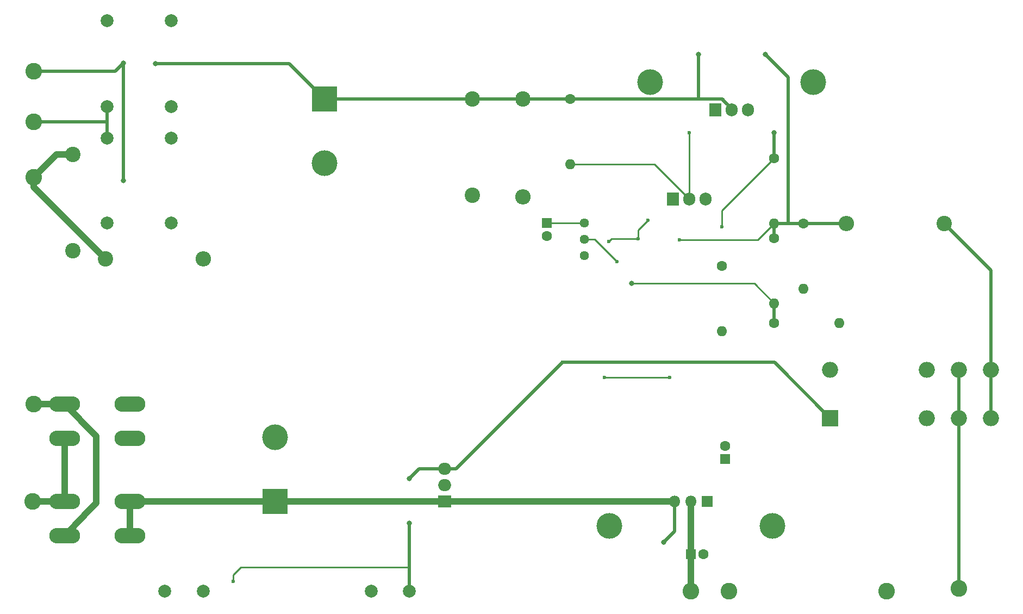
<source format=gbr>
G04 #@! TF.GenerationSoftware,KiCad,Pcbnew,(5.1.10-1-10_14)*
G04 #@! TF.CreationDate,2021-07-07T13:24:20+02:00*
G04 #@! TF.ProjectId,hv-power-supply-v1,68762d70-6f77-4657-922d-737570706c79,rev?*
G04 #@! TF.SameCoordinates,Original*
G04 #@! TF.FileFunction,Copper,L2,Bot*
G04 #@! TF.FilePolarity,Positive*
%FSLAX46Y46*%
G04 Gerber Fmt 4.6, Leading zero omitted, Abs format (unit mm)*
G04 Created by KiCad (PCBNEW (5.1.10-1-10_14)) date 2021-07-07 13:24:20*
%MOMM*%
%LPD*%
G01*
G04 APERTURE LIST*
G04 #@! TA.AperFunction,ComponentPad*
%ADD10C,4.000000*%
G04 #@! TD*
G04 #@! TA.AperFunction,ComponentPad*
%ADD11R,4.000000X4.000000*%
G04 #@! TD*
G04 #@! TA.AperFunction,ComponentPad*
%ADD12R,2.000000X1.905000*%
G04 #@! TD*
G04 #@! TA.AperFunction,ComponentPad*
%ADD13O,2.000000X1.905000*%
G04 #@! TD*
G04 #@! TA.AperFunction,ComponentPad*
%ADD14O,2.400000X2.400000*%
G04 #@! TD*
G04 #@! TA.AperFunction,ComponentPad*
%ADD15C,2.400000*%
G04 #@! TD*
G04 #@! TA.AperFunction,ComponentPad*
%ADD16O,4.800600X2.400300*%
G04 #@! TD*
G04 #@! TA.AperFunction,ComponentPad*
%ADD17C,1.600000*%
G04 #@! TD*
G04 #@! TA.AperFunction,ComponentPad*
%ADD18R,1.600000X1.600000*%
G04 #@! TD*
G04 #@! TA.AperFunction,ComponentPad*
%ADD19C,2.000000*%
G04 #@! TD*
G04 #@! TA.AperFunction,ComponentPad*
%ADD20O,1.600000X1.600000*%
G04 #@! TD*
G04 #@! TA.AperFunction,ComponentPad*
%ADD21O,1.905000X2.000000*%
G04 #@! TD*
G04 #@! TA.AperFunction,ComponentPad*
%ADD22R,1.905000X2.000000*%
G04 #@! TD*
G04 #@! TA.AperFunction,ComponentPad*
%ADD23C,2.600000*%
G04 #@! TD*
G04 #@! TA.AperFunction,ComponentPad*
%ADD24C,1.440000*%
G04 #@! TD*
G04 #@! TA.AperFunction,ComponentPad*
%ADD25O,2.500000X2.500000*%
G04 #@! TD*
G04 #@! TA.AperFunction,ComponentPad*
%ADD26R,2.500000X2.500000*%
G04 #@! TD*
G04 #@! TA.AperFunction,ComponentPad*
%ADD27R,1.800000X1.800000*%
G04 #@! TD*
G04 #@! TA.AperFunction,ComponentPad*
%ADD28O,1.800000X1.800000*%
G04 #@! TD*
G04 #@! TA.AperFunction,ViaPad*
%ADD29C,0.800000*%
G04 #@! TD*
G04 #@! TA.AperFunction,ViaPad*
%ADD30C,0.600000*%
G04 #@! TD*
G04 #@! TA.AperFunction,Conductor*
%ADD31C,1.000000*%
G04 #@! TD*
G04 #@! TA.AperFunction,Conductor*
%ADD32C,0.500000*%
G04 #@! TD*
G04 #@! TA.AperFunction,Conductor*
%ADD33C,0.250000*%
G04 #@! TD*
G04 APERTURE END LIST*
D10*
X96990000Y-115753000D03*
D11*
X96990000Y-125753000D03*
D12*
X123406000Y-125753000D03*
D13*
X123406000Y-123213000D03*
X123406000Y-120673000D03*
D10*
X155410000Y-60475000D03*
X180810000Y-60475000D03*
X149060000Y-129563000D03*
X174460000Y-129563000D03*
D14*
X185991500Y-82550000D03*
D15*
X201231500Y-82550000D03*
D16*
X64224000Y-110640000D03*
X74384000Y-110640000D03*
X74384000Y-131087000D03*
X64224000Y-131087000D03*
X74384000Y-125753000D03*
X64224000Y-125753000D03*
X64224000Y-115974000D03*
X74384000Y-115974000D03*
D17*
X167094000Y-117149000D03*
D18*
X167094000Y-119149000D03*
D14*
X85814000Y-88034000D03*
D15*
X70574000Y-88034000D03*
D19*
X70828000Y-69238000D03*
X80828000Y-69238000D03*
X70828000Y-82446000D03*
X80828000Y-82446000D03*
X70828000Y-64285000D03*
X80828000Y-64285000D03*
X70828000Y-50950000D03*
X80828000Y-50950000D03*
D20*
X166649500Y-99273500D03*
D17*
X166649500Y-89113500D03*
D20*
X143002000Y-73279000D03*
D17*
X143002000Y-63119000D03*
D20*
X174777500Y-82509500D03*
D17*
X174777500Y-72349500D03*
D21*
X170650000Y-64793000D03*
X168110000Y-64793000D03*
D22*
X165570000Y-64793000D03*
D21*
X164109500Y-78699500D03*
X161569500Y-78699500D03*
D22*
X159029500Y-78699500D03*
D23*
X167729000Y-139723000D03*
X161760000Y-139723000D03*
X59398000Y-110640000D03*
X59271000Y-125753000D03*
X59398000Y-75334000D03*
X59398000Y-66698000D03*
X59398000Y-58824000D03*
D17*
X163760000Y-134008000D03*
D18*
X161760000Y-134008000D03*
D24*
X145186500Y-87526000D03*
X145186500Y-84986000D03*
X145186500Y-82446000D03*
D25*
X183496000Y-105299000D03*
X198496000Y-105299000D03*
X203496000Y-105299000D03*
X208496000Y-105299000D03*
X208496000Y-112799000D03*
X203496000Y-112799000D03*
X198496000Y-112799000D03*
D26*
X183496000Y-112799000D03*
D20*
X179349500Y-92669500D03*
D17*
X179349500Y-82509500D03*
D14*
X135636000Y-78359000D03*
D15*
X135636000Y-63119000D03*
D20*
X184937500Y-98003500D03*
D17*
X174777500Y-98003500D03*
D20*
X174777500Y-94955500D03*
D17*
X174777500Y-84795500D03*
D19*
X111976000Y-139723000D03*
X117945000Y-139723000D03*
X79845000Y-139723000D03*
X85814000Y-139723000D03*
D23*
X192240000Y-139723000D03*
X203543000Y-139342000D03*
D17*
X139382500Y-84423000D03*
D18*
X139382500Y-82423000D03*
D15*
X127762000Y-63119000D03*
X127762000Y-78119000D03*
D10*
X104711500Y-73119000D03*
D11*
X104711500Y-63119000D03*
D15*
X65494000Y-86778000D03*
X65494000Y-71778000D03*
D27*
X164300000Y-125753000D03*
D28*
X161760000Y-125753000D03*
X159220000Y-125753000D03*
D29*
X157569000Y-132103000D03*
D30*
X141800500Y-104120000D03*
D29*
X117945000Y-122197000D03*
X117945000Y-129182000D03*
D30*
X90513000Y-138199000D03*
X166649500Y-83017500D03*
D29*
X174777500Y-68349000D03*
X73368000Y-57554000D03*
X73368000Y-75842000D03*
X78368000Y-57634000D03*
X162966500Y-56157000D03*
D30*
X150304500Y-88455500D03*
X160045500Y-85049500D03*
D29*
X173380500Y-56157000D03*
D30*
X155092500Y-82001500D03*
X153568500Y-84859000D03*
X148971000Y-85344000D03*
X148361500Y-106449000D03*
X158458000Y-106449000D03*
X161569500Y-68349000D03*
D29*
X152552500Y-91844000D03*
D31*
X59398000Y-76858000D02*
X59398000Y-75334000D01*
X70574000Y-88034000D02*
X59398000Y-76858000D01*
X62954000Y-71778000D02*
X59398000Y-75334000D01*
X65494000Y-71778000D02*
X62954000Y-71778000D01*
D32*
X59398000Y-66698000D02*
X70828000Y-66698000D01*
X70828000Y-66698000D02*
X70828000Y-64285000D01*
X70828000Y-69238000D02*
X70828000Y-66698000D01*
D31*
X74384000Y-128166000D02*
X74384000Y-125753000D01*
D32*
X159220000Y-130452000D02*
X157569000Y-132103000D01*
X159220000Y-125753000D02*
X159220000Y-130452000D01*
D31*
X74384000Y-128674000D02*
X74384000Y-128166000D01*
X74384000Y-131087000D02*
X74384000Y-128674000D01*
X96990000Y-125753000D02*
X123406000Y-125753000D01*
X123406000Y-125753000D02*
X159220000Y-125753000D01*
X74384000Y-125753000D02*
X96990000Y-125753000D01*
D32*
X119469000Y-120673000D02*
X117945000Y-122197000D01*
X123406000Y-120673000D02*
X119469000Y-120673000D01*
X125247500Y-120673000D02*
X141800500Y-104120000D01*
X123406000Y-120673000D02*
X125247500Y-120673000D01*
X174817000Y-104120000D02*
X183496000Y-112799000D01*
X141800500Y-104120000D02*
X174817000Y-104120000D01*
D33*
X117818000Y-136802000D02*
X117945000Y-136675000D01*
D32*
X117945000Y-136675000D02*
X117945000Y-139723000D01*
D33*
X90513000Y-138199000D02*
X90513000Y-137183000D01*
X91656000Y-136040000D02*
X117945000Y-136040000D01*
X90513000Y-137183000D02*
X91656000Y-136040000D01*
D32*
X117945000Y-136040000D02*
X117945000Y-136675000D01*
X117945000Y-129182000D02*
X117945000Y-136040000D01*
X184937500Y-98307498D02*
X184937500Y-98003500D01*
X208496000Y-112799000D02*
X208496000Y-105299000D01*
X208496000Y-89814500D02*
X201231500Y-82550000D01*
X208496000Y-105299000D02*
X208496000Y-89814500D01*
X174777500Y-72349500D02*
X174777500Y-68349000D01*
D33*
X166649500Y-80477500D02*
X174777500Y-72349500D01*
X166649500Y-83017500D02*
X166649500Y-80477500D01*
D31*
X64224000Y-115974000D02*
X64224000Y-125753000D01*
X64224000Y-125753000D02*
X59271000Y-125753000D01*
X67324310Y-127986690D02*
X67324310Y-127859690D01*
X64224000Y-131087000D02*
X67324310Y-127986690D01*
X67324310Y-127859690D02*
X69177000Y-126007000D01*
X69177000Y-115593000D02*
X64224000Y-110640000D01*
X69177000Y-126007000D02*
X69177000Y-115593000D01*
X64224000Y-110640000D02*
X59398000Y-110640000D01*
D32*
X73368000Y-57554000D02*
X73368000Y-75842000D01*
X72098000Y-58824000D02*
X73368000Y-57554000D01*
X59398000Y-58824000D02*
X72098000Y-58824000D01*
X168110000Y-64793000D02*
X168110000Y-64570498D01*
X166658502Y-63119000D02*
X167212751Y-63673249D01*
X167212751Y-63673249D02*
X166722002Y-63182500D01*
X168110000Y-64570498D02*
X167212751Y-63673249D01*
X143002000Y-63119000D02*
X135636000Y-63119000D01*
X162966500Y-62966500D02*
X162814000Y-63119000D01*
X162966500Y-56157000D02*
X162966500Y-62966500D01*
X162814000Y-63119000D02*
X166658502Y-63119000D01*
X143002000Y-63119000D02*
X162814000Y-63119000D01*
X135636000Y-63119000D02*
X127762000Y-63119000D01*
X127762000Y-63119000D02*
X104711500Y-63119000D01*
X99226500Y-57634000D02*
X104711500Y-63119000D01*
X78368000Y-57634000D02*
X99226500Y-57634000D01*
D33*
X145163500Y-82423000D02*
X145186500Y-82446000D01*
X139382500Y-82423000D02*
X145163500Y-82423000D01*
X146835000Y-84986000D02*
X145186500Y-84986000D01*
X150304500Y-88455500D02*
X146835000Y-84986000D01*
D31*
X161760000Y-125753000D02*
X161760000Y-134008000D01*
X161760000Y-134008000D02*
X161760000Y-139723000D01*
D33*
X174777500Y-82509500D02*
X172237500Y-85049500D01*
X172237500Y-85049500D02*
X160045500Y-85049500D01*
D32*
X174777500Y-82509500D02*
X174777500Y-84795500D01*
X176936500Y-82509500D02*
X179349500Y-82509500D01*
X174777500Y-82509500D02*
X176936500Y-82509500D01*
X176936500Y-82509500D02*
X176936500Y-59713000D01*
X176936500Y-59713000D02*
X173380500Y-56157000D01*
X179390000Y-82550000D02*
X179349500Y-82509500D01*
X185991500Y-82550000D02*
X179390000Y-82550000D01*
X203670000Y-112973000D02*
X203496000Y-112799000D01*
X203496000Y-105299000D02*
X203496000Y-112799000D01*
X203543000Y-112846000D02*
X203496000Y-112799000D01*
X203543000Y-139342000D02*
X203543000Y-112846000D01*
D33*
X153568500Y-83525500D02*
X155092500Y-82001500D01*
X153568500Y-84859000D02*
X153568500Y-83525500D01*
X149456000Y-84859000D02*
X153568500Y-84859000D01*
X148971000Y-85344000D02*
X149456000Y-84859000D01*
X148361500Y-106449000D02*
X158458000Y-106449000D01*
X161569500Y-78699500D02*
X161569500Y-68349000D01*
X156149000Y-73279000D02*
X143002000Y-73279000D01*
X161569500Y-78699500D02*
X156149000Y-73279000D01*
D32*
X174777500Y-94955500D02*
X174777500Y-98003500D01*
D33*
X171666000Y-91844000D02*
X174777500Y-94955500D01*
X152552500Y-91844000D02*
X171666000Y-91844000D01*
M02*

</source>
